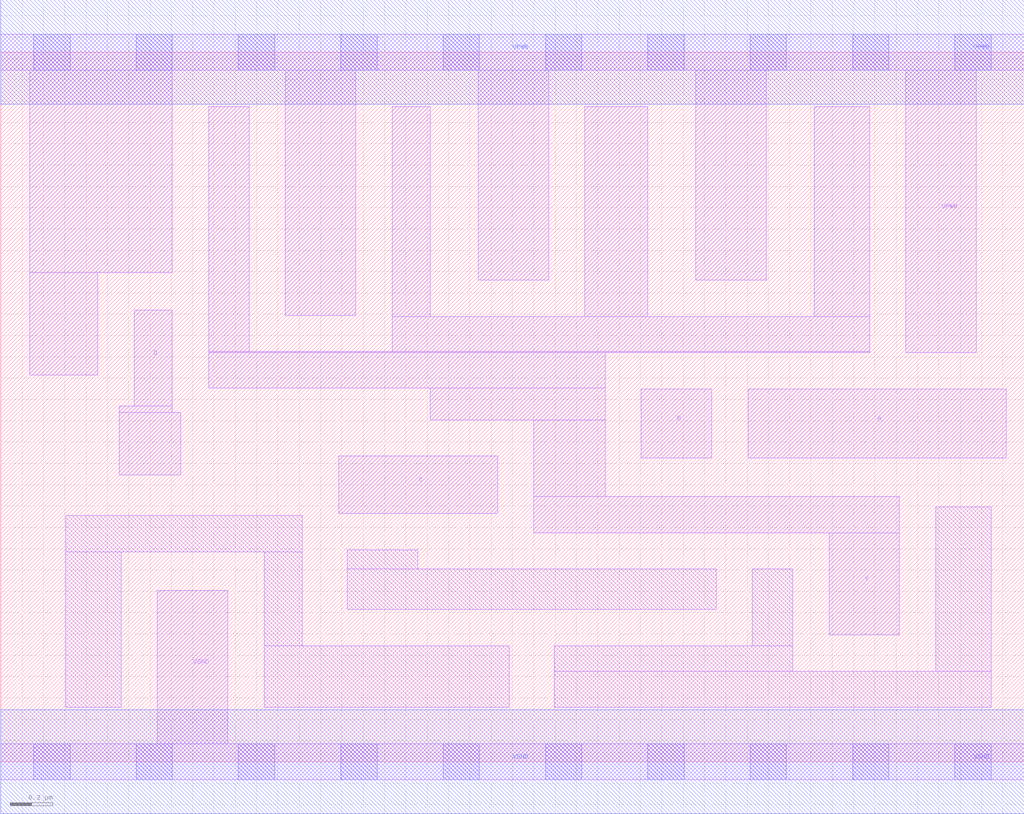
<source format=lef>
# Copyright 2020 The SkyWater PDK Authors
#
# Licensed under the Apache License, Version 2.0 (the "License");
# you may not use this file except in compliance with the License.
# You may obtain a copy of the License at
#
#     https://www.apache.org/licenses/LICENSE-2.0
#
# Unless required by applicable law or agreed to in writing, software
# distributed under the License is distributed on an "AS IS" BASIS,
# WITHOUT WARRANTIES OR CONDITIONS OF ANY KIND, either express or implied.
# See the License for the specific language governing permissions and
# limitations under the License.
#
# SPDX-License-Identifier: Apache-2.0

VERSION 5.7 ;
  NAMESCASESENSITIVE ON ;
  NOWIREEXTENSIONATPIN ON ;
  DIVIDERCHAR "/" ;
  BUSBITCHARS "[]" ;
UNITS
  DATABASE MICRONS 200 ;
END UNITS
MACRO sky130_fd_sc_lp__nand4_2
  CLASS CORE ;
  SOURCE USER ;
  FOREIGN sky130_fd_sc_lp__nand4_2 ;
  ORIGIN  0.000000  0.000000 ;
  SIZE  4.800000 BY  3.330000 ;
  SYMMETRY X Y R90 ;
  SITE unit ;
  PIN A
    ANTENNAGATEAREA  0.630000 ;
    DIRECTION INPUT ;
    USE SIGNAL ;
    PORT
      LAYER li1 ;
        RECT 3.505000 1.425000 4.715000 1.750000 ;
    END
  END A
  PIN B
    ANTENNAGATEAREA  0.630000 ;
    DIRECTION INPUT ;
    USE SIGNAL ;
    PORT
      LAYER li1 ;
        RECT 3.005000 1.425000 3.335000 1.750000 ;
    END
  END B
  PIN C
    ANTENNAGATEAREA  0.630000 ;
    DIRECTION INPUT ;
    USE SIGNAL ;
    PORT
      LAYER li1 ;
        RECT 1.585000 1.165000 2.330000 1.435000 ;
    END
  END C
  PIN D
    ANTENNAGATEAREA  0.630000 ;
    DIRECTION INPUT ;
    USE SIGNAL ;
    PORT
      LAYER li1 ;
        RECT 0.555000 1.345000 0.845000 1.640000 ;
        RECT 0.555000 1.640000 0.805000 1.670000 ;
        RECT 0.625000 1.670000 0.805000 2.120000 ;
    END
  END D
  PIN Y
    ANTENNADIFFAREA  1.646400 ;
    DIRECTION OUTPUT ;
    USE SIGNAL ;
    PORT
      LAYER li1 ;
        RECT 0.975000 1.755000 2.835000 1.920000 ;
        RECT 0.975000 1.920000 4.075000 1.925000 ;
        RECT 0.975000 1.925000 1.165000 3.075000 ;
        RECT 1.835000 1.925000 4.075000 2.090000 ;
        RECT 1.835000 2.090000 2.015000 3.075000 ;
        RECT 2.015000 1.605000 2.835000 1.755000 ;
        RECT 2.500000 1.075000 4.215000 1.245000 ;
        RECT 2.500000 1.245000 2.835000 1.605000 ;
        RECT 2.740000 2.090000 3.035000 3.075000 ;
        RECT 3.815000 2.090000 4.075000 3.075000 ;
        RECT 3.885000 0.595000 4.215000 1.075000 ;
    END
  END Y
  PIN VGND
    DIRECTION INOUT ;
    USE GROUND ;
    PORT
      LAYER li1 ;
        RECT 0.000000 -0.085000 4.800000 0.085000 ;
        RECT 0.735000  0.085000 1.065000 0.805000 ;
      LAYER mcon ;
        RECT 0.155000 -0.085000 0.325000 0.085000 ;
        RECT 0.635000 -0.085000 0.805000 0.085000 ;
        RECT 1.115000 -0.085000 1.285000 0.085000 ;
        RECT 1.595000 -0.085000 1.765000 0.085000 ;
        RECT 2.075000 -0.085000 2.245000 0.085000 ;
        RECT 2.555000 -0.085000 2.725000 0.085000 ;
        RECT 3.035000 -0.085000 3.205000 0.085000 ;
        RECT 3.515000 -0.085000 3.685000 0.085000 ;
        RECT 3.995000 -0.085000 4.165000 0.085000 ;
        RECT 4.475000 -0.085000 4.645000 0.085000 ;
      LAYER met1 ;
        RECT 0.000000 -0.245000 4.800000 0.245000 ;
    END
  END VGND
  PIN VPWR
    DIRECTION INOUT ;
    USE POWER ;
    PORT
      LAYER li1 ;
        RECT 0.000000 3.245000 4.800000 3.415000 ;
        RECT 0.135000 1.815000 0.455000 2.295000 ;
        RECT 0.135000 2.295000 0.805000 3.245000 ;
        RECT 1.335000 2.095000 1.665000 3.245000 ;
        RECT 2.240000 2.260000 2.570000 3.245000 ;
        RECT 3.260000 2.260000 3.590000 3.245000 ;
        RECT 4.245000 1.920000 4.575000 3.245000 ;
      LAYER mcon ;
        RECT 0.155000 3.245000 0.325000 3.415000 ;
        RECT 0.635000 3.245000 0.805000 3.415000 ;
        RECT 1.115000 3.245000 1.285000 3.415000 ;
        RECT 1.595000 3.245000 1.765000 3.415000 ;
        RECT 2.075000 3.245000 2.245000 3.415000 ;
        RECT 2.555000 3.245000 2.725000 3.415000 ;
        RECT 3.035000 3.245000 3.205000 3.415000 ;
        RECT 3.515000 3.245000 3.685000 3.415000 ;
        RECT 3.995000 3.245000 4.165000 3.415000 ;
        RECT 4.475000 3.245000 4.645000 3.415000 ;
      LAYER met1 ;
        RECT 0.000000 3.085000 4.800000 3.575000 ;
    END
  END VPWR
  OBS
    LAYER li1 ;
      RECT 0.305000 0.255000 0.565000 0.985000 ;
      RECT 0.305000 0.985000 1.415000 1.155000 ;
      RECT 1.235000 0.255000 2.385000 0.545000 ;
      RECT 1.235000 0.545000 1.415000 0.985000 ;
      RECT 1.625000 0.715000 3.355000 0.905000 ;
      RECT 1.625000 0.905000 1.955000 0.995000 ;
      RECT 2.595000 0.255000 4.645000 0.425000 ;
      RECT 2.595000 0.425000 3.715000 0.545000 ;
      RECT 3.525000 0.545000 3.715000 0.905000 ;
      RECT 4.385000 0.425000 4.645000 1.195000 ;
  END
END sky130_fd_sc_lp__nand4_2

</source>
